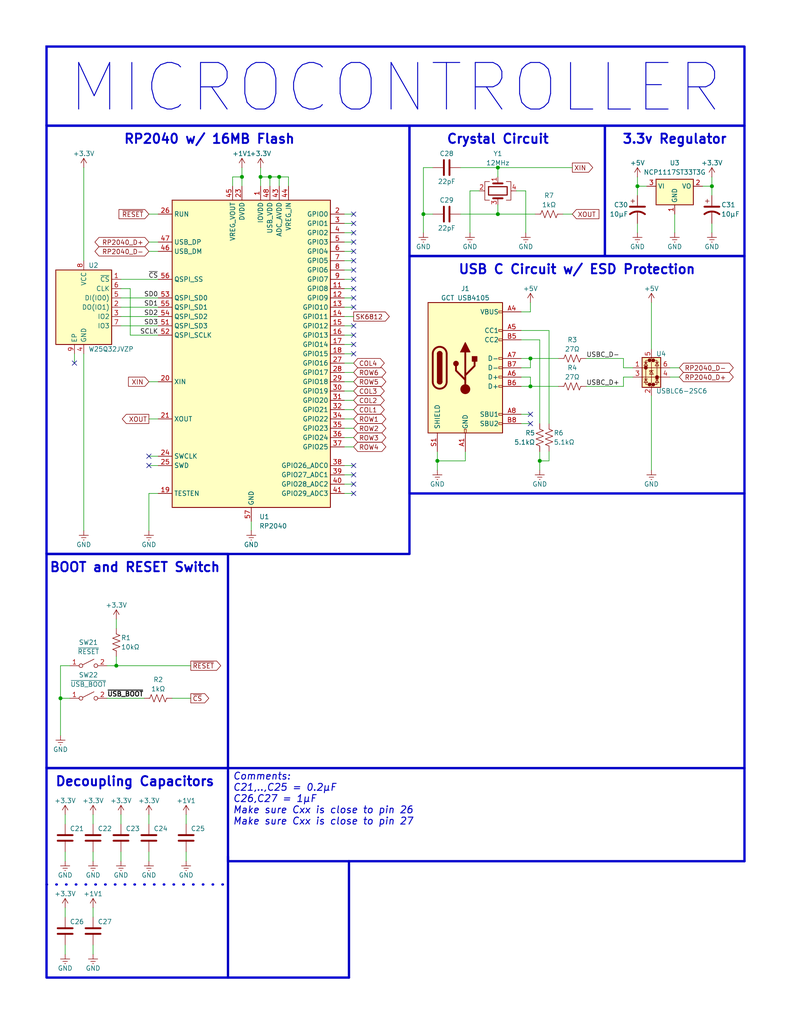
<source format=kicad_sch>
(kicad_sch (version 20231120) (generator "eeschema") (generator_version "8.0")
  (paper "USLetter" portrait)
  (title_block (title "Numb") (date "2024-12-08") (company "a.newhouse"))
  (lib_symbols
    (symbol "Connector:USB_C_Receptacle_USB2.0_16P" (pin_names (offset 1.016))
      (property "Reference" "J" (at 0 22.225 0))
      (property "Value" "USB_C_Receptacle_USB2.0_16P" (at 0 19.685 0))
      (symbol "USB_C_Receptacle_USB2.0_16P_0_0"
        (rectangle (start -0.254 -17.78) (end 0.254 -16.764))
        (rectangle (start 10.16 -14.986) (end 9.144 -15.494))
        (rectangle (start 10.16 -12.446) (end 9.144 -12.954))
        (rectangle (start 10.16 -4.826) (end 9.144 -5.334))
        (rectangle (start 10.16 -2.286) (end 9.144 -2.794))
        (rectangle (start 10.16 0.254) (end 9.144 -0.254))
        (rectangle (start 10.16 2.794) (end 9.144 2.286))
        (rectangle (start 10.16 7.874) (end 9.144 7.366))
        (rectangle (start 10.16 10.414) (end 9.144 9.906))
        (rectangle (start 10.16 15.494) (end 9.144 14.986))
      )
      (symbol "USB_C_Receptacle_USB2.0_16P_0_1"
        (rectangle (start -10.16 17.78) (end 10.16 -17.78) (stroke (width 0.254)) (fill (type background)))
        (arc (start -8.89 -3.81) (mid -6.985 -5.7067) (end -5.08 -3.81) (stroke (width 0.508)))
        (arc (start -7.62 -3.81) (mid -6.985 -4.4423) (end -6.35 -3.81) (stroke (width 0.254)))
        (arc (start -7.62 -3.81) (mid -6.985 -4.4423) (end -6.35 -3.81) (stroke (width 0.254)) (fill (type outline)))
        (rectangle (start -7.62 -3.81) (end -6.35 3.81) (stroke (width 0.254)) (fill (type outline)))
        (arc (start -6.35 3.81) (mid -6.985 4.4423) (end -7.62 3.81) (stroke (width 0.254)))
        (arc (start -6.35 3.81) (mid -6.985 4.4423) (end -7.62 3.81) (stroke (width 0.254)) (fill (type outline)))
        (arc (start -5.08 3.81) (mid -6.985 5.7067) (end -8.89 3.81) (stroke (width 0.508)))
        (circle (center -2.54 1.143) (radius 0.635) (stroke (width 0.254)) (fill (type outline)))
        (circle (center 0 -5.842) (radius 1.27) (fill (type outline)))
        (polyline (pts (xy -8.89 -3.81) (xy -8.89 3.81)) (stroke (width 0.508)))
        (polyline (pts (xy -5.08 3.81) (xy -5.08 -3.81)) (stroke (width 0.508)))
        (polyline (pts (xy 0 -5.842) (xy 0 4.318)) (stroke (width 0.508)))
        (polyline (pts (xy 0 -3.302) (xy -2.54 -0.762) (xy -2.54 0.508)) (stroke (width 0.508)))
        (polyline (pts (xy 0 -2.032) (xy 2.54 0.508) (xy 2.54 1.778)) (stroke (width 0.508)))
        (polyline (pts (xy -1.27 4.318) (xy 0 6.858) (xy 1.27 4.318) (xy -1.27 4.318)) (stroke (width 0.254)) (fill (type outline)))
        (rectangle (start 1.905 1.778) (end 3.175 3.048) (stroke (width 0.254)) (fill (type outline)))
      )
      (symbol "USB_C_Receptacle_USB2.0_16P_1_1"
        (pin passive line (at 0 -22.86 90) (length 5.08) (name "GND") (number "A1"))
        (pin passive line (at 0 -22.86 90) (length 5.08) hide (name "GND") (number "A12"))
        (pin passive line (at 15.24 15.24 180) (length 5.08) (name "VBUS") (number "A4"))
        (pin bidirectional line (at 15.24 10.16 180) (length 5.08) (name "CC1") (number "A5"))
        (pin bidirectional line (at 15.24 -2.54 180) (length 5.08) (name "D+") (number "A6"))
        (pin bidirectional line (at 15.24 2.54 180) (length 5.08) (name "D-") (number "A7"))
        (pin bidirectional line (at 15.24 -12.7 180) (length 5.08) (name "SBU1") (number "A8"))
        (pin passive line (at 15.24 15.24 180) (length 5.08) hide (name "VBUS") (number "A9"))
        (pin passive line (at 0 -22.86 90) (length 5.08) hide (name "GND") (number "B1"))
        (pin passive line (at 0 -22.86 90) (length 5.08) hide (name "GND") (number "B12"))
        (pin passive line (at 15.24 15.24 180) (length 5.08) hide (name "VBUS") (number "B4"))
        (pin bidirectional line (at 15.24 7.62 180) (length 5.08) (name "CC2") (number "B5"))
        (pin bidirectional line (at 15.24 -5.08 180) (length 5.08) (name "D+") (number "B6"))
        (pin bidirectional line (at 15.24 0 180) (length 5.08) (name "D-") (number "B7"))
        (pin bidirectional line (at 15.24 -15.24 180) (length 5.08) (name "SBU2") (number "B8"))
        (pin passive line (at 15.24 15.24 180) (length 5.08) hide (name "VBUS") (number "B9"))
        (pin passive line (at -7.62 -22.86 90) (length 5.08) (name "SHIELD") (number "S1"))
      )
    )
    (symbol "Device:C" (pin_numbers hide) (pin_names (offset 0.254))
      (property "Reference" "C" (at 0.635 2.54 0))
      (property "Value" "C" (at 0.635 -2.54 0))
      (symbol "C_0_1"
        (polyline (pts (xy -2.032 -0.762) (xy 2.032 -0.762)) (stroke (width 0.508)))
        (polyline (pts (xy -2.032 0.762) (xy 2.032 0.762)) (stroke (width 0.508)))
      )
      (symbol "C_1_1"
        (pin passive line (at 0 3.81 270) (length 2.794) (name "~") (number "1"))
        (pin passive line (at 0 -3.81 90) (length 2.794) (name "~") (number "2"))
      )
    )
    (symbol "Device:C_Polarized_US" (pin_numbers hide) (pin_names (offset 0.254) hide)
      (property "Reference" "C" (at 0.635 2.54 0))
      (property "Value" "C_Polarized_US" (at 0.635 -2.54 0))
      (symbol "C_Polarized_US_0_1"
        (polyline (pts (xy -2.032 0.762) (xy 2.032 0.762)) (stroke (width 0.508)))
        (polyline (pts (xy -1.778 2.286) (xy -0.762 2.286)))
        (polyline (pts (xy -1.27 1.778) (xy -1.27 2.794)))
        (arc (start 2.032 -1.27) (mid 0 -0.5572) (end -2.032 -1.27) (stroke (width 0.508)))
      )
      (symbol "C_Polarized_US_1_1"
        (pin passive line (at 0 3.81 270) (length 2.794) (name "~") (number "1"))
        (pin passive line (at 0 -3.81 90) (length 3.302) (name "~") (number "2"))
      )
    )
    (symbol "Device:Crystal_GND24" (pin_names (offset 1.016) hide)
      (property "Reference" "Y" (at 3.175 5.08 0))
      (property "Value" "Crystal_GND24" (at 3.175 3.175 0))
      (symbol "Crystal_GND24_0_1"
        (rectangle (start -1.143 2.54) (end 1.143 -2.54) (stroke (width 0.3048)))
        (polyline (pts (xy -2.54 0) (xy -2.032 0)))
        (polyline (pts (xy -2.032 -1.27) (xy -2.032 1.27)) (stroke (width 0.508)))
        (polyline (pts (xy 0 -3.81) (xy 0 -3.556)))
        (polyline (pts (xy 0 3.556) (xy 0 3.81)))
        (polyline (pts (xy 2.032 -1.27) (xy 2.032 1.27)) (stroke (width 0.508)))
        (polyline (pts (xy 2.032 0) (xy 2.54 0)))
        (polyline (pts (xy -2.54 -2.286) (xy -2.54 -3.556) (xy 2.54 -3.556) (xy 2.54 -2.286)))
        (polyline (pts (xy -2.54 2.286) (xy -2.54 3.556) (xy 2.54 3.556) (xy 2.54 2.286)))
      )
      (symbol "Crystal_GND24_1_1"
        (pin passive line (at -3.81 0 0) (length 1.27) (name "1") (number "1"))
        (pin passive line (at 0 5.08 270) (length 1.27) (name "2") (number "2"))
        (pin passive line (at 3.81 0 180) (length 1.27) (name "3") (number "3"))
        (pin passive line (at 0 -5.08 90) (length 1.27) (name "4") (number "4"))
      )
    )
    (symbol "Device:R_US" (pin_numbers hide) (pin_names (offset 0))
      (property "Reference" "R" (at 2.54 0 90))
      (property "Value" "R_US" (at -2.54 0 90))
      (symbol "R_US_0_1"
        (polyline (pts (xy 0 -2.286) (xy 0 -2.54)))
        (polyline (pts (xy 0 2.286) (xy 0 2.54)))
        (polyline (pts (xy 0 -0.762) (xy 1.016 -1.143) (xy 0 -1.524) (xy -1.016 -1.905) (xy 0 -2.286)))
        (polyline (pts (xy 0 0.762) (xy 1.016 0.381) (xy 0 0) (xy -1.016 -0.381) (xy 0 -0.762)))
        (polyline (pts (xy 0 2.286) (xy 1.016 1.905) (xy 0 1.524) (xy -1.016 1.143) (xy 0 0.762)))
      )
      (symbol "R_US_1_1"
        (pin passive line (at 0 3.81 270) (length 1.27) (name "~") (number "1"))
        (pin passive line (at 0 -3.81 90) (length 1.27) (name "~") (number "2"))
      )
    )
    (symbol "MCU_RaspberryPi:RP2040"
      (property "Reference" "U" (at 17.78 45.72 0))
      (property "Value" "RP2040" (at 17.78 43.18 0))
      (symbol "RP2040_0_1"
        (rectangle (start -21.59 41.91) (end 21.59 -41.91) (stroke (width 0.254)) (fill (type background)))
      )
      (symbol "RP2040_1_1"
        (pin power_in line (at 2.54 45.72 270) (length 3.81) (name "IOVDD") (number "1"))
        (pin passive line (at 2.54 45.72 270) (length 3.81) hide (name "IOVDD") (number "10"))
        (pin bidirectional line (at 25.4 17.78 180) (length 3.81) (name "GPIO8") (number "11"))
        (pin bidirectional line (at 25.4 15.24 180) (length 3.81) (name "GPIO9") (number "12"))
        (pin bidirectional line (at 25.4 12.7 180) (length 3.81) (name "GPIO10") (number "13"))
        (pin bidirectional line (at 25.4 10.16 180) (length 3.81) (name "GPIO11") (number "14"))
        (pin bidirectional line (at 25.4 7.62 180) (length 3.81) (name "GPIO12") (number "15"))
        (pin bidirectional line (at 25.4 5.08 180) (length 3.81) (name "GPIO13") (number "16"))
        (pin bidirectional line (at 25.4 2.54 180) (length 3.81) (name "GPIO14") (number "17"))
        (pin bidirectional line (at 25.4 0 180) (length 3.81) (name "GPIO15") (number "18"))
        (pin input line (at -25.4 -38.1 0) (length 3.81) (name "TESTEN") (number "19"))
        (pin bidirectional line (at 25.4 38.1 180) (length 3.81) (name "GPIO0") (number "2"))
        (pin input line (at -25.4 -7.62 0) (length 3.81) (name "XIN") (number "20"))
        (pin passive line (at -25.4 -17.78 0) (length 3.81) (name "XOUT") (number "21"))
        (pin passive line (at 2.54 45.72 270) (length 3.81) hide (name "IOVDD") (number "22"))
        (pin power_in line (at -2.54 45.72 270) (length 3.81) (name "DVDD") (number "23"))
        (pin input line (at -25.4 -27.94 0) (length 3.81) (name "SWCLK") (number "24"))
        (pin bidirectional line (at -25.4 -30.48 0) (length 3.81) (name "SWD") (number "25"))
        (pin input line (at -25.4 38.1 0) (length 3.81) (name "RUN") (number "26"))
        (pin bidirectional line (at 25.4 -2.54 180) (length 3.81) (name "GPIO16") (number "27"))
        (pin bidirectional line (at 25.4 -5.08 180) (length 3.81) (name "GPIO17") (number "28"))
        (pin bidirectional line (at 25.4 -7.62 180) (length 3.81) (name "GPIO18") (number "29"))
        (pin bidirectional line (at 25.4 35.56 180) (length 3.81) (name "GPIO1") (number "3"))
        (pin bidirectional line (at 25.4 -10.16 180) (length 3.81) (name "GPIO19") (number "30"))
        (pin bidirectional line (at 25.4 -12.7 180) (length 3.81) (name "GPIO20") (number "31"))
        (pin bidirectional line (at 25.4 -15.24 180) (length 3.81) (name "GPIO21") (number "32"))
        (pin passive line (at 2.54 45.72 270) (length 3.81) hide (name "IOVDD") (number "33"))
        (pin bidirectional line (at 25.4 -17.78 180) (length 3.81) (name "GPIO22") (number "34"))
        (pin bidirectional line (at 25.4 -20.32 180) (length 3.81) (name "GPIO23") (number "35"))
        (pin bidirectional line (at 25.4 -22.86 180) (length 3.81) (name "GPIO24") (number "36"))
        (pin bidirectional line (at 25.4 -25.4 180) (length 3.81) (name "GPIO25") (number "37"))
        (pin bidirectional line (at 25.4 -30.48 180) (length 3.81) (name "GPIO26_ADC0") (number "38"))
        (pin bidirectional line (at 25.4 -33.02 180) (length 3.81) (name "GPIO27_ADC1") (number "39"))
        (pin bidirectional line (at 25.4 33.02 180) (length 3.81) (name "GPIO2") (number "4"))
        (pin bidirectional line (at 25.4 -35.56 180) (length 3.81) (name "GPIO28_ADC2") (number "40"))
        (pin bidirectional line (at 25.4 -38.1 180) (length 3.81) (name "GPIO29_ADC3") (number "41"))
        (pin passive line (at 2.54 45.72 270) (length 3.81) hide (name "IOVDD") (number "42"))
        (pin power_in line (at 7.62 45.72 270) (length 3.81) (name "ADC_AVDD") (number "43"))
        (pin power_in line (at 10.16 45.72 270) (length 3.81) (name "VREG_IN") (number "44"))
        (pin power_out line (at -5.08 45.72 270) (length 3.81) (name "VREG_VOUT") (number "45"))
        (pin bidirectional line (at -25.4 27.94 0) (length 3.81) (name "USB_DM") (number "46"))
        (pin bidirectional line (at -25.4 30.48 0) (length 3.81) (name "USB_DP") (number "47"))
        (pin power_in line (at 5.08 45.72 270) (length 3.81) (name "USB_VDD") (number "48"))
        (pin passive line (at 2.54 45.72 270) (length 3.81) hide (name "IOVDD") (number "49"))
        (pin bidirectional line (at 25.4 30.48 180) (length 3.81) (name "GPIO3") (number "5"))
        (pin passive line (at -2.54 45.72 270) (length 3.81) hide (name "DVDD") (number "50"))
        (pin bidirectional line (at -25.4 7.62 0) (length 3.81) (name "QSPI_SD3") (number "51"))
        (pin output line (at -25.4 5.08 0) (length 3.81) (name "QSPI_SCLK") (number "52"))
        (pin bidirectional line (at -25.4 15.24 0) (length 3.81) (name "QSPI_SD0") (number "53"))
        (pin bidirectional line (at -25.4 10.16 0) (length 3.81) (name "QSPI_SD2") (number "54"))
        (pin bidirectional line (at -25.4 12.7 0) (length 3.81) (name "QSPI_SD1") (number "55"))
        (pin bidirectional line (at -25.4 20.32 0) (length 3.81) (name "QSPI_SS") (number "56"))
        (pin power_in line (at 0 -45.72 90) (length 3.81) (name "GND") (number "57"))
        (pin bidirectional line (at 25.4 27.94 180) (length 3.81) (name "GPIO4") (number "6"))
        (pin bidirectional line (at 25.4 25.4 180) (length 3.81) (name "GPIO5") (number "7"))
        (pin bidirectional line (at 25.4 22.86 180) (length 3.81) (name "GPIO6") (number "8"))
        (pin bidirectional line (at 25.4 20.32 180) (length 3.81) (name "GPIO7") (number "9"))
      )
    )
    (symbol "Memory_Flash:W25Q32JVZP"
      (property "Reference" "U" (at -6.35 11.43 0))
      (property "Value" "W25Q32JVZP" (at 7.62 11.43 0))
      (symbol "W25Q32JVZP_0_1"
        (rectangle (start -7.62 10.16) (end 7.62 -10.16) (stroke (width 0.254)) (fill (type background)))
      )
      (symbol "W25Q32JVZP_1_1"
        (pin input line (at -10.16 7.62 0) (length 2.54) (name "~{CS}") (number "1"))
        (pin bidirectional line (at -10.16 0 0) (length 2.54) (name "DO(IO1)") (number "2"))
        (pin bidirectional line (at -10.16 -2.54 0) (length 2.54) (name "IO2") (number "3"))
        (pin power_in line (at 0 -12.7 90) (length 2.54) (name "GND") (number "4"))
        (pin bidirectional line (at -10.16 2.54 0) (length 2.54) (name "DI(IO0)") (number "5"))
        (pin input line (at -10.16 5.08 0) (length 2.54) (name "CLK") (number "6"))
        (pin bidirectional line (at -10.16 -5.08 0) (length 2.54) (name "IO3") (number "7"))
        (pin power_in line (at 0 12.7 270) (length 2.54) (name "VCC") (number "8"))
        (pin passive line (at 2.54 -12.7 90) (length 2.54) (name "EP") (number "9"))
      )
    )
    (symbol "Power_Protection:USBLC6-2SC6" (pin_names hide)
      (property "Reference" "U" (at 0.635 5.715 0))
      (property "Value" "USBLC6-2SC6" (at 0.635 3.81 0))
      (symbol "USBLC6-2SC6_0_0"
        (circle (center -1.524 0) (radius 0.0001) (stroke (width 0.508)))
        (circle (center -0.508 -4.572) (radius 0.0001) (stroke (width 0.508)))
        (circle (center -0.508 2.032) (radius 0.0001) (stroke (width 0.508)))
        (circle (center 0.508 -4.572) (radius 0.0001) (stroke (width 0.508)))
        (circle (center 0.508 2.032) (radius 0.0001) (stroke (width 0.508)))
        (circle (center 1.524 -2.54) (radius 0.0001) (stroke (width 0.508)))
      )
      (symbol "USBLC6-2SC6_0_1"
        (polyline (pts (xy -2.54 -2.54) (xy 2.54 -2.54)))
        (polyline (pts (xy -2.54 0) (xy 2.54 0)))
        (polyline (pts (xy -2.032 -3.048) (xy -1.016 -3.048)))
        (polyline (pts (xy -1.016 1.524) (xy -2.032 1.524)))
        (polyline (pts (xy 1.016 -3.048) (xy 2.032 -3.048)))
        (polyline (pts (xy 1.016 1.524) (xy 2.032 1.524)))
        (polyline (pts (xy -0.508 -1.143) (xy -0.508 -0.762) (xy 0.508 -0.762)))
        (polyline (pts (xy -2.032 0.508) (xy -1.016 0.508) (xy -1.524 1.524) (xy -2.032 0.508)))
        (polyline (pts (xy -1.016 -4.064) (xy -2.032 -4.064) (xy -1.524 -3.048) (xy -1.016 -4.064)))
        (polyline (pts (xy 0.508 -1.778) (xy -0.508 -1.778) (xy 0 -0.762) (xy 0.508 -1.778)))
        (polyline (pts (xy 2.032 -4.064) (xy 1.016 -4.064) (xy 1.524 -3.048) (xy 2.032 -4.064)))
        (polyline (pts (xy 2.032 0.508) (xy 1.016 0.508) (xy 1.524 1.524) (xy 2.032 0.508)))
        (polyline (pts (xy 0 2.54) (xy -0.508 2.032) (xy 0.508 2.032) (xy 0 1.524) (xy 0 -4.064) (xy -0.508 -4.572) (xy 0.508 -4.572) (xy 0 -5.08)))
      )
      (symbol "USBLC6-2SC6_1_1"
        (rectangle (start -2.54 2.794) (end 2.54 -5.334) (stroke (width 0.254)) (fill (type background)))
        (polyline (pts (xy -0.508 2.032) (xy -1.524 2.032) (xy -1.524 -4.572) (xy -0.508 -4.572)))
        (polyline (pts (xy 0.508 -4.572) (xy 1.524 -4.572) (xy 1.524 2.032) (xy 0.508 2.032)))
        (pin passive line (at -5.08 0 0) (length 2.54) (name "I/O1") (number "1"))
        (pin passive line (at 0 -7.62 90) (length 2.54) (name "GND") (number "2"))
        (pin passive line (at -5.08 -2.54 0) (length 2.54) (name "I/O2") (number "3"))
        (pin passive line (at 5.08 -2.54 180) (length 2.54) (name "I/O2") (number "4"))
        (pin passive line (at 0 5.08 270) (length 2.54) (name "VBUS") (number "5"))
        (pin passive line (at 5.08 0 180) (length 2.54) (name "I/O1") (number "6"))
      )
    )
    (symbol "Regulator_Linear:NCP1117-3.3_SOT223"
      (property "Reference" "U" (at -3.81 3.175 0))
      (property "Value" "NCP1117-3.3_SOT223" (at 0 3.175 0))
      (symbol "NCP1117-3.3_SOT223_0_1"
        (rectangle (start -5.08 -5.08) (end 5.08 1.905) (stroke (width 0.254)) (fill (type background)))
      )
      (symbol "NCP1117-3.3_SOT223_1_1"
        (pin power_in line (at 0 -7.62 90) (length 2.54) (name "GND") (number "1"))
        (pin power_out line (at 7.62 0 180) (length 2.54) (name "VO") (number "2"))
        (pin power_in line (at -7.62 0 0) (length 2.54) (name "VI") (number "3"))
      )
    )
    (symbol "Switch:SW_SPST" (pin_names (offset 0) hide)
      (property "Reference" "SW" (at 0 3.175 0))
      (property "Value" "SW_SPST" (at 0 -2.54 0))
      (symbol "SW_SPST_0_0"
        (circle (center -2.032 0) (radius 0.508))
        (polyline (pts (xy -1.524 0.254) (xy 1.524 1.778)))
        (circle (center 2.032 0) (radius 0.508))
      )
      (symbol "SW_SPST_1_1"
        (pin passive line (at -5.08 0 0) (length 2.54) (name "A") (number "1"))
        (pin passive line (at 5.08 0 180) (length 2.54) (name "B") (number "2"))
      )
    )
    (symbol "power:+1V1" (power) (pin_numbers hide) (pin_names (offset 0) hide)
      (property "Value" "+1V1" (at 0 3.556 0))
      (symbol "+1V1_0_1"
        (polyline (pts (xy -0.762 1.27) (xy 0 2.54)))
        (polyline (pts (xy 0 0) (xy 0 2.54)))
        (polyline (pts (xy 0 2.54) (xy 0.762 1.27)))
      )
      (symbol "+1V1_1_1"
        (pin power_in line (at 0 0 90) (length 0) (name "~") (number "1"))
      )
    )
    (symbol "power:+3.3V" (power) (pin_numbers hide) (pin_names (offset 0) hide)
      (property "Value" "+3.3V" (at 0 3.556 0))
      (symbol "+3.3V_0_1"
        (polyline (pts (xy -0.762 1.27) (xy 0 2.54)))
        (polyline (pts (xy 0 0) (xy 0 2.54)))
        (polyline (pts (xy 0 2.54) (xy 0.762 1.27)))
      )
      (symbol "+3.3V_1_1"
        (pin power_in line (at 0 0 90) (length 0) (name "~") (number "1"))
      )
    )
    (symbol "power:+5V" (power) (pin_numbers hide) (pin_names (offset 0) hide)
      (property "Value" "+5V" (at 0 3.556 0))
      (symbol "+5V_0_1"
        (polyline (pts (xy -0.762 1.27) (xy 0 2.54)))
        (polyline (pts (xy 0 0) (xy 0 2.54)))
        (polyline (pts (xy 0 2.54) (xy 0.762 1.27)))
      )
      (symbol "+5V_1_1"
        (pin power_in line (at 0 0 90) (length 0) (name "~") (number "1"))
      )
    )
    (symbol "power:Earth" (power) (pin_numbers hide) (pin_names (offset 0) hide)
      (property "Value" "Earth" (at 0 -3.81 0))
      (symbol "Earth_0_1"
        (polyline (pts (xy -0.635 -1.905) (xy 0.635 -1.905)))
        (polyline (pts (xy -0.127 -2.54) (xy 0.127 -2.54)))
        (polyline (pts (xy 0 -1.27) (xy 0 0)))
        (polyline (pts (xy 1.27 -1.27) (xy -1.27 -1.27)))
      )
      (symbol "Earth_1_1"
        (pin power_in line (at 0 0 270) (length 0) (name "~") (number "1"))
      )
    )
  )
  (junction (at 135.89 45.72))
  (junction (at 147.32 125.73))
  (junction (at 76.2 48.26))
  (junction (at 135.89 58.42))
  (junction (at 194.31 50.8))
  (junction (at 71.12 48.26))
  (junction (at 31.75 181.61))
  (junction (at 119.38 125.73))
  (junction (at 144.78 105.41))
  (junction (at 173.99 50.8))
  (junction (at 16.51 190.5))
  (junction (at 66.04 48.26))
  (junction (at 115.57 58.42))
  (junction (at 73.66 48.26))
  (junction (at 144.78 97.79))
  (no_connect (at 96.52 134.62))
  (no_connect (at 96.52 73.66))
  (no_connect (at 40.64 127))
  (no_connect (at 20.32 99.06))
  (no_connect (at 96.52 71.12))
  (no_connect (at 96.52 76.2))
  (no_connect (at 96.52 78.74))
  (no_connect (at 96.52 81.28))
  (no_connect (at 96.52 68.58))
  (no_connect (at 144.78 115.57))
  (no_connect (at 96.52 60.96))
  (no_connect (at 144.78 113.03))
  (no_connect (at 96.52 58.42))
  (no_connect (at 96.52 127))
  (no_connect (at 96.52 93.98))
  (no_connect (at 96.52 63.5))
  (no_connect (at 96.52 88.9))
  (no_connect (at 96.52 83.82))
  (no_connect (at 96.52 132.08))
  (no_connect (at 96.52 66.04))
  (no_connect (at 40.64 124.46))
  (no_connect (at 96.52 129.54))
  (no_connect (at 96.52 91.44))
  (no_connect (at 96.52 96.52))
  (wire (pts (xy 93.98 91.44) (xy 96.52 91.44)))
  (wire (pts (xy 40.64 114.3) (xy 43.18 114.3)))
  (wire (pts (xy 191.77 50.8) (xy 194.31 50.8)))
  (wire (pts (xy 71.12 45.72) (xy 71.12 48.26)))
  (wire (pts (xy 146.05 58.42) (xy 135.89 58.42)))
  (wire (pts (xy 93.98 129.54) (xy 96.52 129.54)))
  (wire (pts (xy 31.75 179.07) (xy 31.75 181.61)))
  (wire (pts (xy 115.57 58.42) (xy 118.11 58.42)))
  (wire (pts (xy 40.64 134.62) (xy 40.64 144.78)))
  (wire (pts (xy 25.4 247.65) (xy 25.4 250.19)))
  (wire (pts (xy 170.18 100.33) (xy 170.18 97.79)))
  (wire (pts (xy 66.04 50.8) (xy 66.04 48.26)))
  (wire (pts (xy 160.02 105.41) (xy 170.18 105.41)))
  (wire (pts (xy 93.98 73.66) (xy 96.52 73.66)))
  (wire (pts (xy 127 123.19) (xy 127 125.73)))
  (wire (pts (xy 33.02 86.36) (xy 43.18 86.36)))
  (wire (pts (xy 50.8 222.25) (xy 50.8 224.79)))
  (wire (pts (xy 17.78 222.25) (xy 17.78 224.79)))
  (wire (pts (xy 16.51 190.5) (xy 16.51 200.66)))
  (wire (pts (xy 46.99 190.5) (xy 52.07 190.5)))
  (wire (pts (xy 29.21 190.5) (xy 39.37 190.5)))
  (wire (pts (xy 128.27 52.07) (xy 128.27 63.5)))
  (wire (pts (xy 35.56 91.44) (xy 35.56 78.74)))
  (wire (pts (xy 147.32 125.73) (xy 147.32 128.27)))
  (polyline (pts (xy 62.23 209.55) (xy 203.2 209.55)) (stroke (width 0.635)))
  (wire (pts (xy 93.98 121.92) (xy 96.52 121.92)))
  (wire (pts (xy 172.72 100.33) (xy 170.18 100.33)))
  (wire (pts (xy 144.78 82.55) (xy 144.78 85.09)))
  (wire (pts (xy 33.02 83.82) (xy 43.18 83.82)))
  (wire (pts (xy 149.86 123.19) (xy 149.86 125.73)))
  (wire (pts (xy 93.98 116.84) (xy 96.52 116.84)))
  (wire (pts (xy 93.98 58.42) (xy 96.52 58.42)))
  (wire (pts (xy 93.98 96.52) (xy 96.52 96.52)))
  (wire (pts (xy 22.86 45.72) (xy 22.86 71.12)))
  (polyline (pts (xy 62.23 266.7) (xy 95.25 266.7)) (stroke (width 0.635)))
  (wire (pts (xy 93.98 63.5) (xy 96.52 63.5)))
  (wire (pts (xy 142.24 97.79) (xy 144.78 97.79)))
  (wire (pts (xy 93.98 88.9) (xy 96.52 88.9)))
  (wire (pts (xy 135.89 45.72) (xy 156.21 45.72)))
  (wire (pts (xy 142.24 115.57) (xy 144.78 115.57)))
  (wire (pts (xy 31.75 181.61) (xy 52.07 181.61)))
  (wire (pts (xy 76.2 48.26) (xy 76.2 50.8)))
  (wire (pts (xy 16.51 181.61) (xy 16.51 190.5)))
  (wire (pts (xy 50.8 232.41) (xy 50.8 234.95)))
  (polyline (pts (xy 62.23 209.55) (xy 203.2 209.55)))
  (wire (pts (xy 149.86 125.73) (xy 147.32 125.73)))
  (wire (pts (xy 177.8 82.55) (xy 177.8 95.25)))
  (wire (pts (xy 144.78 105.41) (xy 152.4 105.41)))
  (wire (pts (xy 78.74 48.26) (xy 78.74 50.8)))
  (wire (pts (xy 142.24 85.09) (xy 144.78 85.09)))
  (wire (pts (xy 93.98 81.28) (xy 96.52 81.28)))
  (wire (pts (xy 93.98 93.98) (xy 96.52 93.98)))
  (wire (pts (xy 149.86 90.17) (xy 149.86 115.57)))
  (wire (pts (xy 147.32 92.71) (xy 147.32 115.57)))
  (wire (pts (xy 93.98 66.04) (xy 96.52 66.04)))
  (wire (pts (xy 125.73 58.42) (xy 135.89 58.42)))
  (wire (pts (xy 194.31 50.8) (xy 194.31 53.34)))
  (wire (pts (xy 33.02 76.2) (xy 43.18 76.2)))
  (wire (pts (xy 173.99 60.96) (xy 173.99 63.5)))
  (wire (pts (xy 40.64 68.58) (xy 43.18 68.58)))
  (wire (pts (xy 177.8 107.95) (xy 177.8 128.27)))
  (wire (pts (xy 115.57 58.42) (xy 115.57 63.5)))
  (wire (pts (xy 93.98 68.58) (xy 96.52 68.58)))
  (wire (pts (xy 40.64 66.04) (xy 43.18 66.04)))
  (wire (pts (xy 147.32 123.19) (xy 147.32 125.73)))
  (wire (pts (xy 93.98 76.2) (xy 96.52 76.2)))
  (wire (pts (xy 194.31 63.5) (xy 194.31 60.96)))
  (wire (pts (xy 93.98 60.96) (xy 96.52 60.96)))
  (wire (pts (xy 144.78 105.41) (xy 142.24 105.41)))
  (wire (pts (xy 182.88 100.33) (xy 185.42 100.33)))
  (wire (pts (xy 93.98 83.82) (xy 96.52 83.82)))
  (wire (pts (xy 19.05 190.5) (xy 16.51 190.5)))
  (wire (pts (xy 93.98 71.12) (xy 96.52 71.12)))
  (wire (pts (xy 173.99 53.34) (xy 173.99 50.8)))
  (wire (pts (xy 115.57 45.72) (xy 115.57 58.42)))
  (polyline (pts (xy 95.25 234.95) (xy 62.23 234.95)) (stroke (width 0.635)))
  (wire (pts (xy 68.58 142.24) (xy 68.58 144.78)))
  (wire (pts (xy 172.72 102.87) (xy 170.18 102.87)))
  (wire (pts (xy 160.02 97.79) (xy 170.18 97.79)))
  (wire (pts (xy 93.98 101.6) (xy 96.52 101.6)))
  (wire (pts (xy 17.78 232.41) (xy 17.78 234.95)))
  (wire (pts (xy 194.31 48.26) (xy 194.31 50.8)))
  (wire (pts (xy 66.04 45.72) (xy 66.04 48.26)))
  (wire (pts (xy 33.02 232.41) (xy 33.02 234.95)))
  (wire (pts (xy 93.98 99.06) (xy 96.52 99.06)))
  (wire (pts (xy 71.12 48.26) (xy 73.66 48.26)))
  (wire (pts (xy 142.24 100.33) (xy 144.78 100.33)))
  (wire (pts (xy 43.18 134.62) (xy 40.64 134.62)))
  (wire (pts (xy 173.99 50.8) (xy 176.53 50.8)))
  (wire (pts (xy 142.24 92.71) (xy 147.32 92.71)))
  (polyline (pts (xy 62.23 233.68) (xy 62.23 234.95)) (stroke (width 0.635)))
  (wire (pts (xy 135.89 55.88) (xy 135.89 58.42)))
  (wire (pts (xy 40.64 104.14) (xy 43.18 104.14)))
  (wire (pts (xy 142.24 90.17) (xy 149.86 90.17)))
  (wire (pts (xy 144.78 97.79) (xy 144.78 100.33)))
  (wire (pts (xy 22.86 96.52) (xy 22.86 144.78)))
  (wire (pts (xy 135.89 48.26) (xy 135.89 45.72)))
  (wire (pts (xy 93.98 127) (xy 96.52 127)))
  (wire (pts (xy 73.66 48.26) (xy 73.66 50.8)))
  (wire (pts (xy 125.73 45.72) (xy 135.89 45.72)))
  (wire (pts (xy 40.64 58.42) (xy 43.18 58.42)))
  (wire (pts (xy 130.81 52.07) (xy 128.27 52.07)))
  (wire (pts (xy 182.88 102.87) (xy 185.42 102.87)))
  (wire (pts (xy 63.5 48.26) (xy 63.5 50.8)))
  (wire (pts (xy 170.18 102.87) (xy 170.18 105.41)))
  (wire (pts (xy 71.12 50.8) (xy 71.12 48.26)))
  (wire (pts (xy 93.98 134.62) (xy 96.52 134.62)))
  (wire (pts (xy 29.21 181.61) (xy 31.75 181.61)))
  (wire (pts (xy 93.98 86.36) (xy 96.52 86.36)))
  (wire (pts (xy 40.64 124.46) (xy 43.18 124.46)))
  (wire (pts (xy 76.2 48.26) (xy 78.74 48.26)))
  (wire (pts (xy 143.51 52.07) (xy 143.51 63.5)))
  (wire (pts (xy 35.56 78.74) (xy 33.02 78.74)))
  (wire (pts (xy 93.98 106.68) (xy 96.52 106.68)))
  (wire (pts (xy 25.4 222.25) (xy 25.4 224.79)))
  (wire (pts (xy 33.02 222.25) (xy 33.02 224.79)))
  (wire (pts (xy 20.32 96.52) (xy 20.32 99.06)))
  (wire (pts (xy 25.4 257.81) (xy 25.4 260.35)))
  (wire (pts (xy 173.99 48.26) (xy 173.99 50.8)))
  (wire (pts (xy 93.98 109.22) (xy 96.52 109.22)))
  (wire (pts (xy 73.66 48.26) (xy 76.2 48.26)))
  (wire (pts (xy 40.64 232.41) (xy 40.64 234.95)))
  (wire (pts (xy 33.02 88.9) (xy 43.18 88.9)))
  (wire (pts (xy 40.64 222.25) (xy 40.64 224.79)))
  (wire (pts (xy 144.78 102.87) (xy 144.78 105.41)))
  (wire (pts (xy 119.38 125.73) (xy 127 125.73)))
  (wire (pts (xy 118.11 45.72) (xy 115.57 45.72)))
  (wire (pts (xy 31.75 168.91) (xy 31.75 171.45)))
  (polyline (pts (xy 95.25 234.95) (xy 95.25 266.7)) (stroke (width 0.635)))
  (wire (pts (xy 33.02 81.28) (xy 43.18 81.28)))
  (wire (pts (xy 93.98 78.74) (xy 96.52 78.74)))
  (wire (pts (xy 19.05 181.61) (xy 16.51 181.61)))
  (wire (pts (xy 17.78 247.65) (xy 17.78 250.19)))
  (wire (pts (xy 93.98 114.3) (xy 96.52 114.3)))
  (wire (pts (xy 66.04 48.26) (xy 63.5 48.26)))
  (wire (pts (xy 17.78 257.81) (xy 17.78 260.35)))
  (wire (pts (xy 142.24 113.03) (xy 144.78 113.03)))
  (wire (pts (xy 25.4 232.41) (xy 25.4 234.95)))
  (wire (pts (xy 93.98 119.38) (xy 96.52 119.38)))
  (wire (pts (xy 119.38 125.73) (xy 119.38 128.27)))
  (wire (pts (xy 140.97 52.07) (xy 143.51 52.07)))
  (polyline (pts (xy 203.2 134.62) (xy 203.2 234.95)) (stroke (width 0.635)))
  (wire (pts (xy 153.67 58.42) (xy 156.21 58.42)))
  (polyline (pts (xy 12.7 241.3) (xy 62.23 241.3)) (stroke (width 0.635) (type dot)))
  (wire (pts (xy 119.38 125.73) (xy 119.38 123.19)))
  (wire (pts (xy 184.15 58.42) (xy 184.15 63.5)))
  (wire (pts (xy 93.98 132.08) (xy 96.52 132.08)))
  (wire (pts (xy 40.64 127) (xy 43.18 127)))
  (wire (pts (xy 142.24 102.87) (xy 144.78 102.87)))
  (wire (pts (xy 93.98 111.76) (xy 96.52 111.76)))
  (wire (pts (xy 35.56 91.44) (xy 43.18 91.44)))
  (polyline (pts (xy 95.25 234.95) (xy 203.2 234.95)) (stroke (width 0.635)))
  (wire (pts (xy 144.78 97.79) (xy 152.4 97.79)))
  (wire (pts (xy 93.98 104.14) (xy 96.52 104.14)))
  (rectangle (start 12.7 12.7) (end 203.2 34.29) (stroke (width 0.635)))
  (rectangle (start 111.76 69.85) (end 203.2 134.62) (stroke (width 0.635)))
  (rectangle (start 12.7 34.29) (end 111.76 151.13) (stroke (width 0.635)))
  (rectangle (start 165.1 34.29) (end 203.2 69.85) (stroke (width 0.635)))
  (rectangle (start 62.23 151.13) (end 62.23 151.13))
  (rectangle (start 12.7 151.13) (end 62.23 209.55) (stroke (width 0.635)))
  (rectangle (start 111.76 34.29) (end 165.1 69.85) (stroke (width 0.635)))
  (rectangle (start 12.7 209.55) (end 62.23 266.7) (stroke (width 0.635)))
  (text "Crystal Circuit" (at 135.89 38.1 0) (effects (font (size 2.54 2.54) (thickness 0.508) (bold yes))))
  (text "RP2040 w/ 16MB Flash" (at 57.15 38.1 0) (effects (font (size 2.54 2.54) (thickness 0.508) (bold yes))))
  (text "3.3v Regulator" (at 184.15 38.1 0) (effects (font (size 2.54 2.54) (thickness 0.508) (bold yes))))
  (text "Decoupling Capacitors" (at 36.83 213.36 0) (effects (font (size 2.54 2.54) (thickness 0.508) (bold yes))))
  (text "MICROCONTROLLER" (at 107.95 24.13 0) (effects (font (size 12.7 12.7) (thickness 0.254) (bold yes))))
  (text "USB C Circuit w/ ESD Protection" (at 157.48 73.66 0) (effects (font (size 2.54 2.54) (thickness 0.508) (bold yes))))
  (text "Comments:\nC21,..,C25 = 0.2μF\nC26,C27 = 1μF\nMake sure Cxx is close to pin 26\nMake sure Cxx is close to pin 27" (at 63.5 210.82 0) (effects (font (size 1.905 1.905) (thickness 0.254) (bold yes) (italic yes)) (justify left top)))
  (text "BOOT and RESET Switch" (at 36.83 154.94 0) (effects (font (size 2.54 2.54) (thickness 0.508) (bold yes))))
  (label "SCLK" (at 43.18 91.44 180))
  (label "SD0" (at 43.18 81.28 180))
  (label "USBC_D-" (at 160.02 97.79 0))
  (label "~{CS}" (at 43.18 76.2 180))
  (label "USBC_D+" (at 160.02 105.41 0))
  (label "SD3" (at 43.18 88.9 180))
  (label "SD2" (at 43.18 86.36 180))
  (label "SD1" (at 43.18 83.82 180))
  (label "~{USB_BOOT}" (at 29.21 190.5 0) (effects (font (thickness 0.254) (bold yes))))
  (global_label "RP2040_D+" (shape bidirectional) (at 185.42 102.87 0) (property "Intersheetrefs" "${INTERSHEET_REFS}" (effects (hide yes))))
  (global_label "COL1" (shape bidirectional) (at 96.52 111.76 0) (property "Intersheetrefs" "${INTERSHEET_REFS}" (effects (hide yes))))
  (global_label "ROW1" (shape bidirectional) (at 96.52 114.3 0) (property "Intersheetrefs" "${INTERSHEET_REFS}" (effects (hide yes))))
  (global_label "RP2040_D+" (shape bidirectional) (at 40.64 66.04 180) (property "Intersheetrefs" "${INTERSHEET_REFS}" (effects (hide yes))))
  (global_label "COL4" (shape bidirectional) (at 96.52 99.06 0) (property "Intersheetrefs" "${INTERSHEET_REFS}" (effects (hide yes))))
  (global_label "SK6812" (shape output) (at 96.52 86.36 0) (effects (font (thickness 0.1588))) (property "Intersheetrefs" "${INTERSHEET_REFS}" (effects (hide yes))))
  (global_label "XIN" (shape output) (at 156.21 45.72 0) (property "Intersheetrefs" "${INTERSHEET_REFS}" (effects (hide yes))))
  (global_label "ROW4" (shape bidirectional) (at 96.52 121.92 0) (property "Intersheetrefs" "${INTERSHEET_REFS}" (effects (hide yes))))
  (global_label "COL2" (shape bidirectional) (at 96.52 109.22 0) (property "Intersheetrefs" "${INTERSHEET_REFS}" (effects (hide yes))))
  (global_label "~{CS}" (shape output) (at 52.07 190.5 0) (property "Intersheetrefs" "${INTERSHEET_REFS}" (effects (hide yes))))
  (global_label "COL3" (shape bidirectional) (at 96.52 106.68 0) (property "Intersheetrefs" "${INTERSHEET_REFS}" (effects (hide yes))))
  (global_label "~{RESET}" (shape input) (at 40.64 58.42 180) (property "Intersheetrefs" "${INTERSHEET_REFS}" (effects (hide yes))))
  (global_label "RP2040_D-" (shape bidirectional) (at 40.64 68.58 180) (property "Intersheetrefs" "${INTERSHEET_REFS}" (effects (hide yes))))
  (global_label "ROW3" (shape bidirectional) (at 96.52 119.38 0) (property "Intersheetrefs" "${INTERSHEET_REFS}" (effects (hide yes))))
  (global_label "RP2040_D-" (shape bidirectional) (at 185.42 100.33 0) (property "Intersheetrefs" "${INTERSHEET_REFS}" (effects (hide yes))))
  (global_label "ROW6" (shape bidirectional) (at 96.52 101.6 0) (property "Intersheetrefs" "${INTERSHEET_REFS}" (effects (hide yes))))
  (global_label "XOUT" (shape output) (at 40.64 114.3 180) (property "Intersheetrefs" "${INTERSHEET_REFS}" (effects (hide yes))))
  (global_label "XIN" (shape input) (at 40.64 104.14 180) (property "Intersheetrefs" "${INTERSHEET_REFS}" (effects (hide yes))))
  (global_label "ROW5" (shape bidirectional) (at 96.52 104.14 0) (property "Intersheetrefs" "${INTERSHEET_REFS}" (effects (hide yes))))
  (global_label "ROW2" (shape bidirectional) (at 96.52 116.84 0) (property "Intersheetrefs" "${INTERSHEET_REFS}" (effects (hide yes))))
  (global_label "~{RESET}" (shape output) (at 52.07 181.61 0) (property "Intersheetrefs" "${INTERSHEET_REFS}" (effects (hide yes))))
  (global_label "XOUT" (shape input) (at 156.21 58.42 0) (property "Intersheetrefs" "${INTERSHEET_REFS}" (effects (hide yes))))
  (symbol (lib_id "power:+5V") (at 173.99 48.26 0) (unit 1)
    (property "Reference" "#PWR082" (effects (hide yes)))
    (property "Value" "+5V" (at 173.99 44.45 0))
    (property "Description" "Power symbol creates a global label with name \"+5V\"" (effects (hide yes)))
  )
  (symbol (lib_id "power:Earth") (at 128.27 63.5 0) (unit 1)
    (property "Reference" "#PWR086" (effects (hide yes)))
    (property "Value" "GND" (at 128.27 67.31 0))
    (property "Description" "Power symbol creates a global label with name \"Earth\"" (effects (hide yes)))
  )
  (symbol (lib_id "Regulator_Linear:NCP1117-3.3_SOT223") (at 184.15 50.8 0) (unit 1)
    (property "Reference" "U3" (at 184.15 44.45 0))
    (property "Value" "NCP1117ST33T3G" (at 184.15 46.99 0))
    (property "Footprint" "Package_TO_SOT_SMD:SOT-223-3_TabPin2" (effects (hide yes)))
    (property "Datasheet" "http://www.onsemi.com/pub_link/Collateral/NCP1117-D.PDF" (effects (hide yes)))
    (property "Description" "1A Low drop-out regulator, Fixed Output 3.3V, SOT-223" (effects (hide yes)))
  )
  (symbol (lib_id "power:Earth") (at 177.8 128.27 0) (unit 1)
    (property "Reference" "#PWR089" (effects (hide yes)))
    (property "Value" "GND" (at 177.8 132.08 0))
    (property "Description" "Power symbol creates a global label with name \"Earth\"" (effects (hide yes)))
  )
  (symbol (lib_id "power:Earth") (at 184.15 63.5 0) (unit 1)
    (property "Reference" "#PWR079" (effects (hide yes)))
    (property "Value" "GND" (at 184.15 67.31 0))
    (property "Description" "Power symbol creates a global label with name \"Earth\"" (effects (hide yes)))
  )
  (symbol (lib_id "power:Earth") (at 22.86 144.78 0) (unit 1)
    (property "Reference" "#PWR049" (effects (hide yes)))
    (property "Value" "GND" (at 22.86 148.59 0))
    (property "Description" "Power symbol creates a global label with name \"Earth\"" (effects (hide yes)))
  )
  (symbol (lib_id "Device:R_US") (at 149.86 119.38 0) (unit 1)
    (property "Reference" "R6" (at 151.13 118.11 0) (effects (justify left)))
    (property "Value" "5.1kΩ" (at 151.13 120.65 0) (effects (justify left)))
    (property "Footprint" "Resistor_SMD:R_0402_1005Metric" (effects (hide yes)))
    (property "Description" "Resistor, US symbol" (effects (hide yes)))
  )
  (symbol (lib_id "Device:C") (at 50.8 228.6 0) (unit 1)
    (property "Reference" "C25" (at 52.07 226.06 0) (effects (justify left)))
    (property "Value" "0.2μF" (effects (hide yes)))
    (property "Footprint" "Capacitor_SMD:C_0603_1608Metric" (effects (hide yes)))
    (property "Description" "Unpolarized capacitor" (effects (hide yes)))
  )
  (symbol (lib_id "power:Earth") (at 40.64 234.95 0) (unit 1)
    (property "Reference" "#PWR067" (effects (hide yes)))
    (property "Value" "GND" (at 40.64 238.76 0))
    (property "Description" "Power symbol creates a global label with name \"Earth\"" (effects (hide yes)))
  )
  (symbol (lib_id "MCU_RaspberryPi:RP2040") (at 68.58 96.52 0) (unit 1)
    (property "Reference" "U1" (at 70.7741 140.97 0) (effects (justify left)))
    (property "Value" "RP2040" (at 70.7741 143.51 0) (effects (justify left)))
    (property "Footprint" "Package_DFN_QFN:QFN-56-1EP_7x7mm_P0.4mm_EP3.2x3.2mm" (effects (hide yes)))
    (property "Datasheet" "https://datasheets.raspberrypi.com/rp2040/rp2040-datasheet.pdf" (effects (hide yes)))
    (property "Description" "A microcontroller by Raspberry Pi" (effects (hide yes)))
  )
  (symbol (lib_id "power:Earth") (at 17.78 234.95 0) (unit 1)
    (property "Reference" "#PWR064" (effects (hide yes)))
    (property "Value" "GND" (at 17.78 238.76 0))
    (property "Description" "Power symbol creates a global label with name \"Earth\"" (effects (hide yes)))
  )
  (symbol (lib_id "Connector:USB_C_Receptacle_USB2.0_16P") (at 127 100.33 0) (unit 1)
    (property "Reference" "J1" (at 127 78.74 0))
    (property "Value" "GCT USB4105" (at 127 81.28 0))
    (property "Footprint" "Connector_USB:USB_C_Receptacle_GCT_USB4105-xx-A_16P_TopMnt_Horizontal" (effects (hide yes)))
    (property "Datasheet" "https://www.usb.org/sites/default/files/documents/usb_type-c.zip" (effects (hide yes)))
    (property "Description" "USB 2.0-only 16P Type-C Receptacle connector" (effects (hide yes)))
  )
  (symbol (lib_id "Device:C") (at 17.78 228.6 0) (unit 1)
    (property "Reference" "C21" (at 19.05 226.06 0) (effects (justify left)))
    (property "Value" "0.2μF" (effects (hide yes)))
    (property "Footprint" "Capacitor_SMD:C_0603_1608Metric" (effects (hide yes)))
    (property "Description" "Unpolarized capacitor" (effects (hide yes)))
  )
  (symbol (lib_id "power:Earth") (at 25.4 234.95 0) (unit 1)
    (property "Reference" "#PWR065" (effects (hide yes)))
    (property "Value" "GND" (at 25.4 238.76 0))
    (property "Description" "Power symbol creates a global label with name \"Earth\"" (effects (hide yes)))
  )
  (symbol (lib_id "power:+3.3V") (at 33.02 222.25 0) (unit 1)
    (property "Reference" "#PWR056" (effects (hide yes)))
    (property "Value" "+3.3V" (at 33.02 218.44 0))
    (property "Description" "Power symbol creates a global label with name \"+3.3V\"" (effects (hide yes)))
  )
  (symbol (lib_id "Device:R_US") (at 31.75 175.26 0) (unit 1)
    (property "Reference" "R1" (at 33.02 173.99 0) (effects (justify left)))
    (property "Value" "10kΩ" (at 33.02 176.53 0) (effects (justify left)))
    (property "Footprint" "Resistor_SMD:R_0402_1005Metric" (effects (hide yes)))
    (property "Description" "Resistor, US symbol" (effects (hide yes)))
  )
  (symbol (lib_id "Switch:SW_SPST") (at 24.13 181.61 0) (unit 1)
    (property "Reference" "SW21" (at 24.13 175.26 0))
    (property "Value" "~{RESET}" (at 24.13 177.8 0))
    (property "Footprint" "Button_Switch_SMD:SW_SPST_B3U-1000P-B" (effects (hide yes)))
    (property "Description" "Single Pole Single Throw (SPST) switch" (effects (hide yes)))
  )
  (symbol (lib_id "Device:C") (at 25.4 254 0) (unit 1)
    (property "Reference" "C27" (at 26.67 251.46 0) (effects (justify left)))
    (property "Value" "1μF" (effects (hide yes)))
    (property "Footprint" "Capacitor_SMD:C_0603_1608Metric" (effects (hide yes)))
    (property "Description" "Unpolarized capacitor" (effects (hide yes)))
  )
  (symbol (lib_id "power:Earth") (at 17.78 260.35 0) (unit 1)
    (property "Reference" "#PWR083" (effects (hide yes)))
    (property "Value" "GND" (at 17.78 264.16 0))
    (property "Description" "Power symbol creates a global label with name \"Earth\"" (effects (hide yes)))
  )
  (symbol (lib_id "power:+3.3V") (at 40.64 222.25 0) (unit 1)
    (property "Reference" "#PWR057" (effects (hide yes)))
    (property "Value" "+3.3V" (at 40.64 218.44 0))
    (property "Description" "Power symbol creates a global label with name \"+3.3V\"" (effects (hide yes)))
  )
  (symbol (lib_id "Device:R_US") (at 43.18 190.5 90) (unit 1)
    (property "Reference" "R2" (at 43.18 185.42 90))
    (property "Value" "1kΩ" (at 43.18 187.96 90))
    (property "Footprint" "Resistor_SMD:R_0402_1005Metric" (effects (hide yes)))
    (property "Description" "Resistor, US symbol" (effects (hide yes)))
  )
  (symbol (lib_id "Device:R_US") (at 156.21 105.41 90) (unit 1)
    (property "Reference" "R4" (at 156.21 100.33 90))
    (property "Value" "27Ω" (at 156.21 102.87 90))
    (property "Footprint" "Resistor_SMD:R_0603_1608Metric" (effects (hide yes)))
    (property "Description" "Resistor, US symbol" (effects (hide yes)))
  )
  (symbol (lib_id "power:+3.3V") (at 17.78 222.25 0) (unit 1)
    (property "Reference" "#PWR054" (effects (hide yes)))
    (property "Value" "+3.3V" (at 17.78 218.44 0))
    (property "Description" "Power symbol creates a global label with name \"+3.3V\"" (effects (hide yes)))
  )
  (symbol (lib_id "power:+3.3V") (at 25.4 222.25 0) (unit 1)
    (property "Reference" "#PWR055" (effects (hide yes)))
    (property "Value" "+3.3V" (at 25.4 218.44 0))
    (property "Description" "Power symbol creates a global label with name \"+3.3V\"" (effects (hide yes)))
  )
  (symbol (lib_id "power:Earth") (at 25.4 260.35 0) (unit 1)
    (property "Reference" "#PWR084" (effects (hide yes)))
    (property "Value" "GND" (at 25.4 264.16 0))
    (property "Description" "Power symbol creates a global label with name \"Earth\"" (effects (hide yes)))
  )
  (symbol (lib_id "Device:Crystal_GND24") (at 135.89 52.07 90) (mirror x) (unit 1)
    (property "Reference" "Y1" (at 135.89 41.91 90))
    (property "Value" "12MHz" (at 135.89 44.45 90))
    (property "Footprint" "Crystal:Crystal_SMD_3225-4Pin_3.2x2.5mm" (effects (hide yes)))
    (property "Description" "Four pin crystal, GND on pins 2 and 4" (effects (hide yes)))
  )
  (symbol (lib_id "power:Earth") (at 16.51 200.66 0) (unit 1)
    (property "Reference" "#PWR052" (effects (hide yes)))
    (property "Value" "GND" (at 16.51 204.47 0))
    (property "Description" "Power symbol creates a global label with name \"Earth\"" (effects (hide yes)))
  )
  (symbol (lib_id "power:+3.3V") (at 194.31 48.26 0) (mirror y) (unit 1)
    (property "Reference" "#PWR081" (effects (hide yes)))
    (property "Value" "+3.3V" (at 194.31 44.45 0))
    (property "Description" "Power symbol creates a global label with name \"+3.3V\"" (effects (hide yes)))
  )
  (symbol (lib_id "power:+5V") (at 144.78 82.55 0) (unit 1)
    (property "Reference" "#PWR01" (effects (hide yes)))
    (property "Value" "+5V" (at 144.78 78.74 0))
    (property "Description" "Power symbol creates a global label with name \"+5V\"" (effects (hide yes)))
  )
  (symbol (lib_id "power:+3.3V") (at 31.75 168.91 0) (unit 1)
    (property "Reference" "#PWR051" (effects (hide yes)))
    (property "Value" "+3.3V" (at 31.75 165.1 0))
    (property "Description" "Power symbol creates a global label with name \"+3.3V\"" (effects (hide yes)))
  )
  (symbol (lib_id "Memory_Flash:W25Q32JVZP") (at 22.86 83.82 0) (mirror y) (unit 1)
    (property "Reference" "U2" (at 24.13 72.39 0) (effects (justify right)))
    (property "Value" "W25Q32JVZP" (at 24.13 95.25 0) (effects (justify right)))
    (property "Footprint" "Package_SON:WSON-8-1EP_6x5mm_P1.27mm_EP3.4x4.3mm" (effects (hide yes)))
    (property "Datasheet" "http://www.winbond.com/resource-files/w25q32jv%20revg%2003272018%20plus.pdf" (effects (hide yes)))
    (property "Description" "32Mb Serial Flash Memory, Standard/Dual/Quad SPI, DFN-8" (effects (hide yes)))
  )
  (symbol (lib_id "Device:R_US") (at 147.32 119.38 0) (unit 1)
    (property "Reference" "R5" (at 146.05 118.11 0) (effects (justify right)))
    (property "Value" "5.1kΩ" (at 146.05 120.65 0) (effects (justify right)))
    (property "Footprint" "Resistor_SMD:R_0402_1005Metric" (effects (hide yes)))
    (property "Description" "Resistor, US symbol" (effects (hide yes)))
  )
  (symbol (lib_id "Device:C") (at 121.92 58.42 90) (unit 1)
    (property "Reference" "C29" (at 121.92 54.61 90))
    (property "Value" "22pF" (at 121.92 62.23 90))
    (property "Footprint" "Capacitor_SMD:C_0402_1005Metric" (effects (hide yes)))
    (property "Description" "Unpolarized capacitor" (effects (hide yes)))
  )
  (symbol (lib_id "Device:C") (at 40.64 228.6 0) (unit 1)
    (property "Reference" "C24" (at 41.91 226.06 0) (effects (justify left)))
    (property "Value" "0.2μF" (effects (hide yes)))
    (property "Footprint" "Capacitor_SMD:C_0603_1608Metric" (effects (hide yes)))
    (property "Description" "Unpolarized capacitor" (effects (hide yes)))
  )
  (symbol (lib_id "power:+5V") (at 177.8 82.55 0) (unit 1)
    (property "Reference" "#PWR088" (effects (hide yes)))
    (property "Value" "+5V" (at 177.8 78.74 0))
    (property "Description" "Power symbol creates a global label with name \"+5V\"" (effects (hide yes)))
  )
  (symbol (lib_id "power:+3.3V") (at 71.12 45.72 0) (mirror y) (unit 1)
    (property "Reference" "#PWR076" (effects (hide yes)))
    (property "Value" "+3.3V" (at 71.12 41.91 0))
    (property "Description" "Power symbol creates a global label with name \"+3.3V\"" (effects (hide yes)))
  )
  (symbol (lib_id "Device:C") (at 25.4 228.6 0) (unit 1)
    (property "Reference" "C22" (at 26.67 226.06 0) (effects (justify left)))
    (property "Value" "0.2μF" (effects (hide yes)))
    (property "Footprint" "Capacitor_SMD:C_0603_1608Metric" (effects (hide yes)))
    (property "Description" "Unpolarized capacitor" (effects (hide yes)))
  )
  (symbol (lib_id "Device:R_US") (at 149.86 58.42 90) (unit 1)
    (property "Reference" "R7" (at 149.86 53.34 90))
    (property "Value" "1kΩ" (at 149.86 55.88 90))
    (property "Footprint" "Resistor_SMD:R_0402_1005Metric" (effects (hide yes)))
    (property "Description" "Resistor, US symbol" (effects (hide yes)))
  )
  (symbol (lib_id "power:Earth") (at 143.51 63.5 0) (unit 1)
    (property "Reference" "#PWR087" (effects (hide yes)))
    (property "Value" "GND" (at 143.51 67.31 0))
    (property "Description" "Power symbol creates a global label with name \"Earth\"" (effects (hide yes)))
  )
  (symbol (lib_id "power:Earth") (at 119.38 128.27 0) (unit 1)
    (property "Reference" "#PWR02" (effects (hide yes)))
    (property "Value" "GND" (at 119.38 132.08 0))
    (property "Description" "Power symbol creates a global label with name \"Earth\"" (effects (hide yes)))
  )
  (symbol (lib_id "power:Earth") (at 50.8 234.95 0) (unit 1)
    (property "Reference" "#PWR072" (effects (hide yes)))
    (property "Value" "GND" (at 50.8 238.76 0))
    (property "Description" "Power symbol creates a global label with name \"Earth\"" (effects (hide yes)))
  )
  (symbol (lib_id "power:Earth") (at 68.58 144.78 0) (unit 1)
    (property "Reference" "#PWR047" (effects (hide yes)))
    (property "Value" "GND" (at 68.58 148.59 0))
    (property "Description" "Power symbol creates a global label with name \"Earth\"" (effects (hide yes)))
  )
  (symbol (lib_id "Power_Protection:USBLC6-2SC6") (at 177.8 100.33 0) (unit 1)
    (property "Reference" "U4" (at 179.07 96.52 0) (effects (justify left)))
    (property "Value" "USBLC6-2SC6" (at 179.07 106.68 0) (effects (justify left)))
    (property "Footprint" "Package_TO_SOT_SMD:SOT-23-6" (effects (hide yes)))
    (property "Datasheet" "https://www.st.com/resource/en/datasheet/usblc6-2.pdf" (effects (hide yes)))
    (property "Description" "Very low capacitance ESD protection diode, 2 data-line, SOT-23-6" (effects (hide yes)))
  )
  (symbol (lib_id "power:Earth") (at 147.32 128.27 0) (unit 1)
    (property "Reference" "#PWR07" (effects (hide yes)))
    (property "Value" "GND" (at 147.32 132.08 0))
    (property "Description" "Power symbol creates a global label with name \"Earth\"" (effects (hide yes)))
  )
  (symbol (lib_id "Switch:SW_SPST") (at 24.13 190.5 0) (unit 1)
    (property "Reference" "SW22" (at 24.13 184.15 0))
    (property "Value" "~{USB_BOOT}" (at 24.13 186.69 0))
    (property "Footprint" "Button_Switch_SMD:SW_SPST_B3U-1000P-B" (effects (hide yes)))
    (property "Description" "Single Pole Single Throw (SPST) switch" (effects (hide yes)))
  )
  (symbol (lib_id "power:Earth") (at 173.99 63.5 0) (unit 1)
    (property "Reference" "#PWR078" (effects (hide yes)))
    (property "Value" "GND" (at 173.99 67.31 0))
    (property "Description" "Power symbol creates a global label with name \"Earth\"" (effects (hide yes)))
  )
  (symbol (lib_id "power:+3.3V") (at 22.86 45.72 0) (unit 1)
    (property "Reference" "#PWR050" (effects (hide yes)))
    (property "Value" "+3.3V" (at 22.86 41.91 0))
    (property "Description" "Power symbol creates a global label with name \"+3.3V\"" (effects (hide yes)))
  )
  (symbol (lib_id "Device:R_US") (at 156.21 97.79 90) (unit 1)
    (property "Reference" "R3" (at 156.21 92.71 90))
    (property "Value" "27Ω" (at 156.21 95.25 90))
    (property "Footprint" "Resistor_SMD:R_0603_1608Metric" (effects (hide yes)))
    (property "Description" "Resistor, US symbol" (effects (hide yes)))
  )
  (symbol (lib_id "power:+1V1") (at 66.04 45.72 0) (unit 1)
    (property "Reference" "#PWR077" (effects (hide yes)))
    (property "Value" "+1V1" (at 66.04 41.91 0))
    (property "Description" "Power symbol creates a global label with name \"+1V1\"" (effects (hide yes)))
  )
  (symbol (lib_id "power:Earth") (at 115.57 63.5 0) (unit 1)
    (property "Reference" "#PWR085" (effects (hide yes)))
    (property "Value" "GND" (at 115.57 67.31 0))
    (property "Description" "Power symbol creates a global label with name \"Earth\"" (effects (hide yes)))
  )
  (symbol (lib_id "Device:C") (at 121.92 45.72 90) (unit 1)
    (property "Reference" "C28" (at 121.92 41.91 90))
    (property "Value" "22pF" (at 121.92 49.53 90))
    (property "Footprint" "Capacitor_SMD:C_0402_1005Metric" (effects (hide yes)))
    (property "Description" "Unpolarized capacitor" (effects (hide yes)))
  )
  (symbol (lib_id "Device:C") (at 17.78 254 0) (unit 1)
    (property "Reference" "C26" (at 19.05 251.46 0) (effects (justify left)))
    (property "Value" "1μF" (effects (hide yes)))
    (property "Footprint" "Capacitor_SMD:C_0603_1608Metric" (effects (hide yes)))
    (property "Description" "Unpolarized capacitor" (effects (hide yes)))
  )
  (symbol (lib_id "power:Earth") (at 33.02 234.95 0) (unit 1)
    (property "Reference" "#PWR066" (effects (hide yes)))
    (property "Value" "GND" (at 33.02 238.76 0))
    (property "Description" "Power symbol creates a global label with name \"Earth\"" (effects (hide yes)))
  )
  (symbol (lib_id "power:+1V1") (at 25.4 247.65 0) (unit 1)
    (property "Reference" "#PWR074" (effects (hide yes)))
    (property "Value" "+1V1" (at 25.4 243.84 0))
    (property "Description" "Power symbol creates a global label with name \"+1V1\"" (effects (hide yes)))
  )
  (symbol (lib_id "power:Earth") (at 40.64 144.78 0) (unit 1)
    (property "Reference" "#PWR048" (effects (hide yes)))
    (property "Value" "GND" (at 40.64 148.59 0))
    (property "Description" "Power symbol creates a global label with name \"Earth\"" (effects (hide yes)))
  )
  (symbol (lib_id "Device:C_Polarized_US") (at 173.99 57.15 0) (unit 1)
    (property "Reference" "C30" (at 171.45 55.88 0) (effects (justify right)))
    (property "Value" "10μF" (at 171.45 58.42 0) (effects (justify right)))
    (property "Footprint" "Capacitor_Tantalum_SMD:CP_EIA-3216-10_Kemet-I" (effects (hide yes)))
    (property "Description" "Polarized capacitor, US symbol" (effects (hide yes)))
  )
  (symbol (lib_id "power:Earth") (at 194.31 63.5 0) (unit 1)
    (property "Reference" "#PWR080" (effects (hide yes)))
    (property "Value" "GND" (at 194.31 67.31 0))
    (property "Description" "Power symbol creates a global label with name \"Earth\"" (effects (hide yes)))
  )
  (symbol (lib_id "Device:C_Polarized_US") (at 194.31 57.15 0) (unit 1)
    (property "Reference" "C31" (at 196.85 55.88 0) (effects (justify left)))
    (property "Value" "10μF" (at 196.85 58.42 0) (effects (justify left)))
    (property "Footprint" "Capacitor_Tantalum_SMD:CP_EIA-3216-10_Kemet-I" (effects (hide yes)))
    (property "Description" "Polarized capacitor, US symbol" (effects (hide yes)))
  )
  (symbol (lib_id "power:+1V1") (at 50.8 222.25 0) (unit 1)
    (property "Reference" "#PWR062" (effects (hide yes)))
    (property "Value" "+1V1" (at 50.8 218.44 0))
    (property "Description" "Power symbol creates a global label with name \"+1V1\"" (effects (hide yes)))
  )
  (symbol (lib_id "power:+3.3V") (at 17.78 247.65 0) (unit 1)
    (property "Reference" "#PWR075" (effects (hide yes)))
    (property "Value" "+3.3V" (at 17.78 243.84 0))
    (property "Description" "Power symbol creates a global label with name \"+3.3V\"" (effects (hide yes)))
  )
  (symbol (lib_id "Device:C") (at 33.02 228.6 0) (unit 1)
    (property "Reference" "C23" (at 34.29 226.06 0) (effects (justify left)))
    (property "Value" "0.2μF" (effects (hide yes)))
    (property "Footprint" "Capacitor_SMD:C_0603_1608Metric" (effects (hide yes)))
    (property "Description" "Unpolarized capacitor" (effects (hide yes)))
  )
)
</source>
